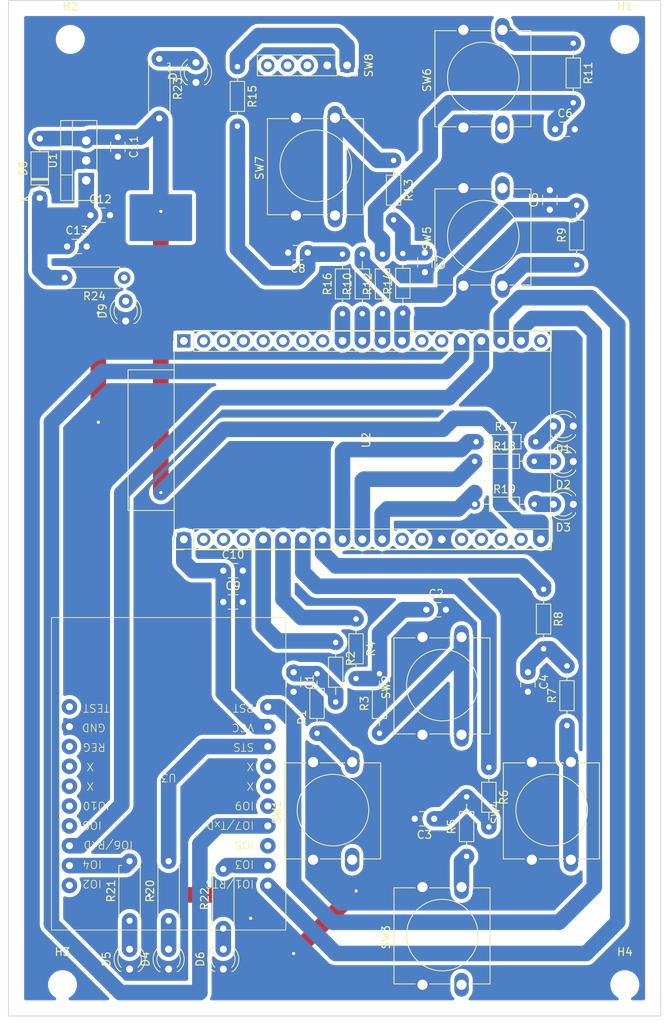
<source format=kicad_pcb>
(kicad_pcb (version 20221018) (generator pcbnew)
  (layers (0 "F.Cu" signal) (31 "B.Cu" signal) (34 "B.Paste" user) (35 "F.Paste" user) (36 "B.SilkS" user "B.Silkscreen") (37 "F.SilkS" user "F.Silkscreen") (38 "B.Mask" user) (39 "F.Mask" user) (44 "Edge.Cuts" user))
  (net 0 "")
  (net 1 "+5V")
  (net 2 "Net-(D1-A)")
  (net 3 "Net-(D2-A)")
  (net 4 "Net-(D3-A)")
  (net 5 "Net-(D4-A)")
  (net 6 "IM920RX")
  (net 7 "IM920TX")
  (net 8 "Net-(D5-A)")
  (net 9 "Net-(D6-A)")
  (net 10 "Net-(U2-GPIO25{slash}25)")
  (net 11 "Net-(U2-GPIO26{slash}26)")
  (net 12 "Net-(U2-GPIO27{slash}27)")
  (net 13 "STATUS")
  (net 14 "SLEEP")
  (net 15 "XMIT")
  (net 16 "BUSY")
  (net 17 "sw1")
  (net 18 "sw2")
  (net 19 "RESET")
  (net 21 "sw3")
  (net 25 "sw4")
  (net 26 "GND")
  (net 31 "a13")
  (net 33 "a12")
  (net 36 "+3.3V")
  (net 38 "a11")
  (net 40 "a10")
  (net 42 "sw8")
  (net 43 "sw7")
  (net 44 "sw6")
  (net 45 "sw5")
  (net 46 "Net-(C1-Pad1)")
  (net 48 "Net-(C2-Pad1)")
  (net 52 "Net-(C3-Pad1)")
  (net 53 "Net-(C4-Pad1)")
  (net 54 "Net-(C5-Pad1)")
  (net 55 "Net-(C6-Pad1)")
  (net 56 "Net-(C7-Pad1)")
  (net 57 "Net-(C8-Pad1)")
  (net 58 "Net-(R1-Pad1)")
  (net 59 "Net-(R3-Pad1)")
  (net 62 "Net-(R5-Pad1)")
  (net 63 "Net-(R7-Pad1)")
  (net 64 "Net-(R9-Pad1)")
  (net 65 "Net-(R11-Pad1)")
  (net 66 "Net-(R13-Pad1)")
  (net 67 "Net-(SW8-O)")
  (net 72 "REG")
  (net 74 "Net-(D7-A)")
  (net 75 "+BATT")
  (net 76 "Net-(D9-A)")
  (footprint "Resistor_THT:R_Axial_DIN0204_L3.6mm_D1.6mm_P7.62mm_Horizontal" (layer "F.Cu") (at 149.5 108.69 -90)
    (fp_text reference "R4")
    (fp_text value "1k")
  )
  (footprint "Package_TO_SOT_THT:TO-220-3_Vertical" (layer "F.Cu") (at 114.945 52.54 90)
    (fp_text reference "U1")
    (fp_text value "LM7805_TO220")
  )
  (footprint "Capacitor_THT:C_Disc_D3.0mm_W1.6mm_P2.50mm" (layer "F.Cu") (at 141.5 115.5 -90)
    (fp_text reference "C1")
    (fp_text value "C")
  )
  (footprint "Capacitor_THT:C_Disc_D3.0mm_W1.6mm_P2.50mm" (layer "F.Cu") (at 132.5 102.5)
    (fp_text reference "C10")
    (fp_text value "10μ")
  )
  (footprint "MountingHole:MountingHole_3.2mm_M3" (layer "F.Cu") (at 183.91 155.5)
    (fp_text reference "H4")
    (fp_text value "MountingHole")
  )
  (footprint "Resistor_THT:R_Axial_DIN0204_L3.6mm_D1.6mm_P7.62mm_Horizontal" (layer "F.Cu") (at 152.886421 69.601919 90)
    (fp_text reference "R12")
    (fp_text value "1k")
  )
  (footprint "Resistor_THT:R_Axial_DIN0204_L3.6mm_D1.6mm_P7.62mm_Horizontal" (layer "F.Cu") (at 152.5 123.31 90)
    (fp_text reference "R3")
    (fp_text value "100")
  )
  (footprint "Capacitor_THT:C_Disc_D3.0mm_W1.6mm_P2.50mm" (layer "F.Cu") (at 112.5 61)
    (fp_text reference "C13")
    (fp_text value "10μ")
  )
  (footprint "Resistor_THT:R_Axial_DIN0204_L3.6mm_D1.6mm_P7.62mm_Horizontal" (layer "F.Cu") (at 176.5 122.31 90)
    (fp_text reference "R7")
    (fp_text value "100")
  )
  (footprint "Resistor_THT:R_Axial_DIN0207_L6.3mm_D2.5mm_P7.62mm_Horizontal" (layer "F.Cu") (at 132.5 148.31 90)
    (fp_text reference "R22")
    (fp_text value "R")
  )
  (footprint "Capacitor_THT:C_Disc_D3.0mm_W1.6mm_P2.50mm" (layer "F.Cu") (at 159.5 134.26 180)
    (fp_text reference "C3")
    (fp_text value "C")
  )
  (footprint "Resistor_THT:R_Axial_DIN0207_L6.3mm_D2.5mm_P7.62mm_Horizontal" (layer "F.Cu") (at 125.5 147.31 90)
    (fp_text reference "R20")
    (fp_text value "R")
  )
  (footprint "MountingHole:MountingHole_3.2mm_M3" (layer "F.Cu") (at 112.91 34.5)
    (fp_text reference "H2")
    (fp_text value "MountingHole")
  )
  (footprint "Resistor_THT:R_Axial_DIN0204_L3.6mm_D1.6mm_P7.62mm_Horizontal" (layer "F.Cu") (at 144.5 123.31 90)
    (fp_text reference "R1")
    (fp_text value "100")
  )
  (footprint "Button_Switch_THT:SW_PUSH-12mm" (layer "F.Cu") (at 158 123.5 90)
    (fp_text reference "SW2")
    (fp_text value "SW_DIP_x01")
  )
  (footprint "Capacitor_THT:C_Disc_D3.0mm_W1.6mm_P2.50mm" (layer "F.Cu") (at 171.5 115.5 -90)
    (fp_text reference "C4")
    (fp_text value "C")
  )
  (footprint "Capacitor_THT:C_Disc_D3.0mm_W1.6mm_P2.50mm" (layer "F.Cu") (at 119 47 -90)
    (fp_text reference "C11")
    (fp_text value "10μ")
  )
  (footprint "Button_Switch_THT:SW_PUSH-12mm" (layer "F.Cu") (at 141.803081 57.031919 90)
    (fp_text reference "SW7")
    (fp_text value "SW_DIP_x01")
  )
  (footprint "Resistor_THT:R_Axial_DIN0207_L6.3mm_D2.5mm_P7.62mm_Horizontal" (layer "F.Cu") (at 120.5 147.31 90)
    (fp_text reference "R21")
    (fp_text value "R")
  )
  (footprint "Resistor_THT:R_Axial_DIN0204_L3.6mm_D1.6mm_P7.62mm_Horizontal" (layer "F.Cu") (at 177.303081 34.981919 -90)
    (fp_text reference "R11")
    (fp_text value "100")
  )
  (footprint "Capacitor_THT:C_Disc_D3.0mm_W1.6mm_P2.50mm" (layer "F.Cu") (at 174.303081 56.291919 90)
    (fp_text reference "C5")
    (fp_text value "C")
  )
  (footprint "Resistor_THT:R_Axial_DIN0204_L3.6mm_D1.6mm_P7.62mm_Horizontal" (layer "F.Cu") (at 177.740623 63.346 90)
    (fp_text reference "R9")
    (fp_text value "100")
  )
  (footprint "MountingHole:MountingHole_3.2mm_M3" (layer "F.Cu") (at 111.91 155.5)
    (fp_text reference "H3")
    (fp_text value "MountingHole")
  )
  (footprint "MountingHole:MountingHole_3.2mm_M3" (layer "F.Cu") (at 183.91 34.5)
    (fp_text reference "H1")
    (fp_text value "MountingHole")
  )
  (footprint "LED_THT:LED_D3.0mm" (layer "F.Cu") (at 120 70.54 90)
    (fp_text reference "D9")
    (fp_text value "LED")
  )
  (footprint "LED_THT:LED_D3.0mm" (layer "F.Cu") (at 177.303688 83.986958 180)
    (fp_text reference "D1")
    (fp_text value "LED")
  )
  (footprint "Resistor_THT:R_Axial_DIN0204_L3.6mm_D1.6mm_P7.62mm_Horizontal" (layer "F.Cu") (at 163.65 139.07 90)
    (fp_text reference "R5")
    (fp_text value "100")
  )
  (footprint "Resistor_THT:R_Axial_DIN0207_L6.3mm_D2.5mm_P7.62mm_Horizontal" (layer "F.Cu") (at 124.303081 36.981919 -90)
    (fp_text reference "R23")
    (fp_text value "R")
  )
  (footprint "Resistor_THT:R_Axial_DIN0204_L3.6mm_D1.6mm_P7.62mm_Horizontal" (layer "F.Cu") (at 166.5 127.69 -90)
    (fp_text reference "R6")
    (fp_text value "1k")
  )
  (footprint "Connector_PinSocket_2.54mm:PinSocket_1x05_P2.54mm_Vertical" (layer "F.Cu") (at 148.353081 37.816919 -90)
    (fp_text reference "SW8")
    (fp_text value "TOGGLE")
  )
  (footprint "Capacitor_THT:C_Disc_D3.0mm_W1.6mm_P2.50mm" (layer "F.Cu") (at 158.303081 61.791919 -90)
    (fp_text reference "C7")
    (fp_text value "C")
  )
  (footprint "Button_Switch_THT:SW_PUSH-12mm" (layer "F.Cu") (at 163.240623 45.776 90)
    (fp_text reference "SW6")
    (fp_text value "SW_DIP_x01")
  )
  (footprint "LED_THT:LED_D3.0mm" (layer "F.Cu") (at 120.5 153.5 90)
    (fp_text reference "D5")
    (fp_text value "LED")
  )
  (footprint "Button_Switch_THT:SW_PUSH-12mm" (layer "F.Cu") (at 158 155.5 90)
    (fp_text reference "SW3")
    (fp_text value "SW_DIP_x01")
  )
  (footprint "Resistor_THT:R_Axial_DIN0204_L3.6mm_D1.6mm_P7.62mm_Horizontal" (layer "F.Cu") (at 134.303081 37.981919 -90)
    (fp_text reference "R15")
    (fp_text value "100")
  )
  (footprint "Button_Switch_THT:SW_PUSH-12mm" (layer "F.Cu") (at 144 139.5 90)
    (fp_text reference "SW1")
    (fp_text value "SW_DIP_x01")
  )
  (footprint "LED_THT:LED_D3.0mm" (layer "F.Cu") (at 125.5 153.5 90)
    (fp_text reference "D4")
    (fp_text value "LED")
  )
  (footprint "Resistor_THT:R_Axial_DIN0204_L3.6mm_D1.6mm_P7.62mm_Horizontal" (layer "F.Cu") (at 150.303081 69.601919 90)
    (fp_text reference "R10")
    (fp_text value "1k")
  )
  (footprint "Resistor_THT:R_Axial_DIN0204_L3.6mm_D1.6mm_P7.62mm_Horizontal" (layer "F.Cu") (at 146.888701 111.69 -90)
    (fp_text reference "R2")
    (fp_text value "1k")
  )
  (footprint "LED_THT:LED_D3.0mm" (layer "F.Cu") (at 177.303081 94 180)
    (fp_text reference "D3")
    (fp_text value "LED")
  )
  (footprint "Resistor_THT:R_Axial_DIN0207_L6.3mm_D2.5mm_P7.62mm_Horizontal" (layer "F.Cu") (at 119.81 65 180)
    (fp_text reference "R24")
    (fp_text value "R")
  )
  (footprint "Button_Switch_THT:SW_PUSH-12mm" (layer "F.Cu") (at 163.240623 66.031919 90)
    (fp_text reference "SW5")
    (fp_text value "SW_DIP_x01")
  )
  (footprint "Capacitor_THT:C_Disc_D3.0mm_W1.6mm_P2.50mm" (layer "F.Cu") (at 143.303081 61.791919 180)
    (fp_text reference "C8")
    (fp_text value "C")
  )
  (footprint "interplan:IM920c-ADP_1" (layer "F.Cu") (at 125.5 128.5 180)
    (fp_text reference "U3")
    (fp_text value "IM920sL")
  )
  (footprint "Resistor_THT:R_Axial_DIN0204_L3.6mm_D1.6mm_P7.62mm_Horizontal" (layer "F.Cu") (at 154.303081 49.981919 -90)
    (fp_text reference "R13")
    (fp_text value "100")
  )
  (footprint "Diode_THT:D_DO-35_SOD27_P7.62mm_Horizontal" (layer "F.Cu") (at 109 54.81 90)
    (fp_text reference "D8")
    (fp_text value "D")
  )
  (footprint "Capacitor_THT:C_Disc_D3.0mm_W1.6mm_P2.50mm" (layer "F.Cu") (at 158.5 107.5)
    (fp_text reference "C2")
    (fp_text value "C")
  )
  (footprint "Capacitor_THT:C_Disc_D3.0mm_W1.6mm_P2.50mm" (layer "F.Cu") (at 175 46)
    (fp_text reference "C6")
    (fp_text value "C")
  )
  (footprint "Capacitor_THT:C_Disc_D3.0mm_W1.6mm_P2.50mm" (layer "F.Cu") (at 115.5 57)
    (fp_text reference "C12")
    (fp_text value "0.1μ")
  )
  (footprint "LED_THT:LED_D3.0mm" (layer "F.Cu") (at 177.303688 88.528723 180)
    (fp_text reference "D2")
    (fp_text value "LED")
  )
  (footprint "Resistor_THT:R_Axial_DIN0204_L3.6mm_D1.6mm_P7.62mm_Horizontal" (layer "F.Cu") (at 164.69 88.5)
    (fp_text reference "R18")
    (fp_text value "1k")
  )
  (footprint "LED_THT:LED_D3.0mm" (layer "F.Cu") (at 129 40 90)
    (fp_text reference "D7")
    (fp_text value "LED")
  )
  (footprint "Resistor_THT:R_Axial_DIN0204_L3.6mm_D1.6mm_P7.62mm_Horizontal" (layer "F.Cu") (at 164.69 94)
    (fp_text reference "R19")
    (fp_text value "1k")
  )
  (footprint "Resistor_THT:R_Axial_DIN0204_L3.6mm_D1.6mm_P7.62mm_Horizontal" (layer "F.Cu") (at 173.5 104.88 -90)
    (fp_text reference "R8")
    (fp_text value "1k")
  )
  (footprint "Button_Switch_THT:SW_PUSH-12mm" (layer "F.Cu") (at 172 139.5 90)
    (fp_text reference "SW4")
    (fp_text value "SW_DIP_x01")
  )
  (footprint "Resistor_THT:R_Axial_DIN0204_L3.6mm_D1.6mm_P7.62mm_Horizontal" (layer "F.Cu") (at 155.488977 69.524064 90)
    (fp_text reference "R14")
    (fp_text value "1k")
  )
  (footprint "Resistor_THT:R_Axial_DIN0204_L3.6mm_D1.6mm_P7.62mm_Horizontal" (layer "F.Cu") (at 147.760977 69.603734 90)
    (fp_text reference "R16")
    (fp_text value "1k")
  )
  (footprint "Boad_dev:ESP32-DevKitC" (layer "F.Cu") (at 150.303081 85.791919 90)
    (fp_text reference "U2")
    (fp_text value "ESP32")
  )
  (footprint "Resistor_THT:R_Axial_DIN0204_L3.6mm_D1.6mm_P7.62mm_Horizontal" (layer "F.Cu") (at 164.88 86)
    (fp_text reference "R17")
    (fp_text value "1k")
  )
  (footprint "LED_THT:LED_D3.0mm" (layer "F.Cu") (at 132.5 153.5 90)
    (fp_text reference "D6")
    (fp_text value "LED")
  )
  (footprint "Capacitor_THT:C_Disc_D3.0mm_W1.6mm_P2.50mm" (layer "F.Cu") (at 132.5 106.5)
    (fp_text reference "C9")
    (fp_text value "0.1μ")
  )
  (gr_line (start 188.5 159.5) (end 105 159.5) (stroke (width 0.1)) (layer "Edge.Cuts"))
  (gr_line (start 105 29.5) (end 188.5 29.5) (stroke (width 0.1)) (layer "Edge.Cuts"))
  (gr_line (start 188.5 29.5) (end 188.5 159.5) (stroke (width 0.1)) (layer "Edge.Cuts"))
  (gr_line (start 105 159.5) (end 105 29.5) (stroke (width 0.1)) (layer "Edge.Cuts"))
  (segment (start 124.5 92.5) (end 124.5 56.5) (width 2) (layer "F.Cu") (net 1))
  (via (at 124.5 92.5) (size 0.8) (drill 0.4) (layers "F.Cu" "B.Cu") (net 1))
  (via (at 124.5 56.5) (size 0.8) (drill 0.4) (layers "F.Cu" "B.Cu") (net 1))
  (segment (start 124.5 44.798838) (end 124.303081 44.601919) (width 2) (layer "B.Cu") (net 1))
  (segment (start 132.595953 84.404047) (end 124.5 92.5) (width 2) (layer "B.Cu") (net 1))
  (segment (start 121.905 47) (end 124.303081 44.601919) (width 2) (layer "B.Cu") (net 1))
  (segment (start 173.163081 98.491919) (end 173.163081 96.3) (width 2) (layer "B.Cu") (net 1))
  (segment (start 162 83) (end 160.595953 84.404047) (width 2) (layer "B.Cu") (net 1))
  (segment (start 166 83) (end 162 83) (width 2) (layer "B.Cu") (net 1))
  (segment (start 119 47) (end 121.905 47) (width 2) (layer "B.Cu") (net 1))
  (segment (start 124.5 56.5) (end 124.5 44.798838) (width 2) (layer "B.Cu") (net 1))
  (segment (start 170.3 96.3) (end 168 94) (width 2) (layer "B.Cu") (net 1))
  (segment (start 114.675 47.19) (end 114.945 47.46) (width 2) (layer "B.Cu") (net 1))
  (segment (start 114.945 47.46) (end 115.405 47) (width 2) (layer "B.Cu") (net 1))
  (segment (start 109 47.19) (end 114.675 47.19) (width 2) (layer "B.Cu") (net 1))
  (segment (start 173.163081 96.3) (end 170.3 96.3) (width 2) (layer "B.Cu") (net 1))
  (segment (start 168 94) (end 168 85) (width 2) (layer "B.Cu") (net 1))
  (segment (start 115.405 47) (end 119 47) (width 2) (layer "B.Cu") (net 1))
  (segment (start 168 85) (end 166 83) (width 2) (layer "B.Cu") (net 1))
  (segment (start 160.595953 84.404047) (end 132.595953 84.404047) (width 2) (layer "B.Cu") (net 1))
  (segment (start 172.750646 86) (end 174.763688 83.986958) (width 2) (layer "B.Cu") (net 2))
  (segment (start 172.5 86) (end 172.750646 86) (width 2) (layer "B.Cu") (net 2))
  (segment (start 172.31 88.5) (end 174.734965 88.5) (width 2) (layer "B.Cu") (net 3))
  (segment (start 174.734965 88.5) (end 174.763688 88.528723) (width 2) (layer "B.Cu") (net 3))
  (segment (start 174.763081 94) (end 172.734264 94) (width 2) (layer "B.Cu") (net 4))
  (segment (start 172.734264 94) (end 172.522132 93.787868) (width 2) (layer "B.Cu") (net 4))
  (segment (start 125.5 150.96) (end 125.5 147.31) (width 2) (layer "B.Cu") (net 5))
  (segment (start 165.543081 76.204227) (end 165.543081 73.091919) (width 2) (layer "B.Cu") (net 6))
  (segment (start 161.378506 80.368802) (end 165.543081 76.204227) (width 2) (layer "B.Cu") (net 6))
  (segment (start 131.726198 80.368802) (end 161.378506 80.368802) (width 2) (layer "B.Cu") (net 6))
  (segment (start 112.8 137.71) (end 114.214213 137.71) (width 2) (layer "B.Cu") (net 6))
  (segment (start 119.5 92.595) (end 131.726198 80.368802) (width 2) (layer "B.Cu") (net 6))
  (segment (start 119.5 132.424213) (end 119.5 92.595) (width 2) (layer "B.Cu") (net 6))
  (segment (start 114.214213 137.71) (end 119.5 132.424213) (width 2) (layer "B.Cu") (net 6))
  (segment (start 131.83 135.17) (end 138.2 135.17) (width 2) (layer "B.Cu") (net 7))
  (segment (start 110.5 147.7) (end 119.3 156.5) (width 2) (layer "B.Cu") (net 7))
  (segment (start 163.003081 73.091919) (end 163.003081 74.996919) (width 2) (layer "B.Cu") (net 7))
  (segment (start 129.5 137.5) (end 131.83 135.17) (width 2) (layer "B.Cu") (net 7))
  (segment (start 117 77) (end 110.5 83.5) (width 2) (layer "B.Cu") (net 7))
  (segment (start 129.5 156.5) (end 129.5 137.5) (width 2) (layer "B.Cu") (net 7))
  (segment (start 119.3 156.5) (end 129.5 156.5) (width 2) (layer "B.Cu") (net 7))
  (segment (start 110.5 83.5) (end 110.5 147.7) (width 2) (layer "B.Cu") (net 7))
  (segment (start 161 77) (end 117 77) (width 2) (layer "B.Cu") (net 7))
  (segment (start 163.003081 74.996919) (end 161 77) (width 2) (layer "B.Cu") (net 7))
  (segment (start 120.5 150.96) (end 120.5 147.31) (width 2) (layer "B.Cu") (net 8))
  (segment (start 132.5 150.96) (end 132.5 148.31) (width 2) (layer "B.Cu") (net 9))
  (segment (start 147.763081 98.491919) (end 147.763081 87.236919) (width 2) (layer "B.Cu") (net 10))
  (segment (start 147.763081 87.236919) (end 148 87) (width 2) (layer "B.Cu") (net 10))
  (segment (start 162.937308 87) (end 163.937308 86) (width 2) (layer "B.Cu") (net 10))
  (segment (start 163.937308 86) (end 164.88 86) (width 2) (layer "B.Cu") (net 10))
  (segment (start 148 87) (end 162.937308 87) (width 2) (layer "B.Cu") (net 10))
  (segment (start 150.303081 90.981919) (end 150.493081 90.791919) (width 2) (layer "B.Cu") (net 11))
  (segment (start 162.398081 90.791919) (end 150.493081 90.791919) (width 2) (layer "B.Cu") (net 11))
  (segment (start 164.69 88.5) (end 162.398081 90.791919) (width 2) (layer "B.Cu") (net 11))
  (segment (start 150.303081 98.491919) (end 150.303081 90.981919) (width 2) (layer "B.Cu") (net 11))
  (segment (start 153.493081 94.601919) (end 162.588081 94.601919) (width 2) (layer "B.Cu") (net 12))
  (segment (start 152.843081 98.491919) (end 152.843081 95.251919) (width 2) (layer "B.Cu") (net 12))
  (segment (start 162.588081 94.601919) (end 164.69 92.5) (width 2) (layer "B.Cu") (net 12))
  (segment (start 152.843081 95.251919) (end 153.493081 94.601919) (width 2) (layer "B.Cu") (net 12))
  (segment (start 129.99 125.01) (end 138.2 125.01) (width 2) (layer "B.Cu") (net 13))
  (segment (start 125.5 129.5) (end 129.99 125.01) (width 2) (layer "B.Cu") (net 13))
  (segment (start 125.5 139.69) (end 125.5 129.5) (width 2) (layer "B.Cu") (net 13))
  (segment (start 120.5 139.69) (end 119.94 140.25) (width 2) (layer "B.Cu") (net 14))
  (segment (start 119.94 140.25) (end 112.9 140.25) (width 2) (layer "B.Cu") (net 14))
  (segment (start 132.94 140.25) (end 138.2 140.25) (width 2) (layer "B.Cu") (net 15))
  (segment (start 132.5 140.69) (end 132.94 140.25) (width 2) (layer "B.Cu") (net 15))
  (segment (start 183 147.448) (end 183 71) (width 2) (layer "B.Cu") (net 16))
  (segment (start 183 71) (end 179.552544 67.552544) (width 2) (layer "B.Cu") (net 16))
  (segment (start 179.552544 67.552544) (end 170.465623 67.552544) (width 2) (layer "B.Cu") (net 16))
  (segment (start 138.2 142.79) (end 146.91 151.5) (width 2) (layer "B.Cu") (net 16))
  (segment (start 168.083081 69.935086) (end 168.083081 73.091919) (width 2) (layer "B.Cu") (net 16))
  (segment (start 178.948 151.5) (end 183 147.448) (width 2) (layer "B.Cu") (net 16))
  (segment (start 170.465623 67.552544) (end 168.083081 69.935086) (width 2) (layer "B.Cu") (net 16))
  (segment (start 146.91 151.5) (end 178.948 151.5) (width 2) (layer "B.Cu") (net 16))
  (segment (start 137.603081 109.603081) (end 137.603081 98.491919) (width 2) (layer "B.Cu") (net 17))
  (segment (start 139.5 111.5) (end 137.603081 109.603081) (width 2) (layer "B.Cu") (net 17))
  (segment (start 146.698701 111.5) (end 139.5 111.5) (width 2) (layer "B.Cu") (net 17))
  (segment (start 146.888701 111.69) (end 146.698701 111.5) (width 2) (layer "B.Cu") (net 17))
  (segment (start 142.5 108.5) (end 149.31 108.5) (width 2) (layer "B.Cu") (net 18))
  (segment (start 140.143081 106.143081) (end 142.5 108.5) (width 2) (layer "B.Cu") (net 18))
  (segment (start 149.31 108.5) (end 149.5 108.69) (width 2) (layer "B.Cu") (net 18))
  (segment (start 140.143081 98.491919) (end 140.143081 106.143081) (width 2) (layer "B.Cu") (net 18))
  (segment (start 180 72) (end 180 143) (width 2) (layer "B.Cu") (net 19))
  (segment (start 178.215 70.215) (end 180 72) (width 2) (layer "B.Cu") (net 19))
  (segment (start 170.623081 73.091919) (end 170.623081 71.583189) (width 2) (layer "B.Cu") (net 19))
  (segment (start 146.5 147.5) (end 141.5 142.5) (width 2) (layer "B.Cu") (net 19))
  (segment (start 141.5 142.5) (end 141.5 121.815787) (width 2) (layer "B.Cu") (net 19))
  (segment (start 141.5 121.815787) (end 139.614213 119.93) (width 2) (layer "B.Cu") (net 19))
  (segment (start 180 143) (end 175.5 147.5) (width 2) (layer "B.Cu") (net 19))
  (segment (start 171.99127 70.215) (end 178.215 70.215) (width 2) (layer "B.Cu") (net 19))
  (segment (start 139.614213 119.93) (end 138.2 119.93) (width 2) (layer "B.Cu") (net 19))
  (segment (start 175.5 147.5) (end 146.5 147.5) (width 2) (layer "B.Cu") (net 19))
  (segment (start 170.623081 71.583189) (end 171.99127 70.215) (width 2) (layer "B.Cu") (net 19))
  (segment (start 142.683081 102.683081) (end 144.5 104.5) (width 2) (layer "B.Cu") (net 21))
  (segment (start 142.683081 98.491919) (end 142.683081 102.683081) (width 2) (layer "B.Cu") (net 21))
  (segment (start 144.5 104.5) (end 162.5 104.5) (width 2) (layer "B.Cu") (net 21))
  (segment (start 166.5 108.5) (end 166.5 127.69) (width 2) (layer "B.Cu") (net 21))
  (segment (start 162.5 104.5) (end 166.5 108.5) (width 2) (layer "B.Cu") (net 21))
  (segment (start 145.223081 98.491919) (end 145.223081 100.223081) (width 2) (layer "B.Cu") (net 25))
  (segment (start 170.886681 101.886681) (end 173.5 104.5) (width 2) (layer "B.Cu") (net 25))
  (segment (start 173.5 104.5) (end 173.5 104.88) (width 2) (layer "B.Cu") (net 25))
  (segment (start 146.886681 101.886681) (end 170.886681 101.886681) (width 2) (layer "B.Cu") (net 25))
  (segment (start 145.223081 100.223081) (end 146.886681 101.886681) (width 2) (layer "B.Cu") (net 25))
  (segment (start 123 144) (end 133 144) (width 2) (layer "F.Cu") (net 26))
  (segment (start 141.5 151.5) (end 149.5 143.5) (width 2) (layer "F.Cu") (net 26))
  (segment (start 133 144) (end 136 147) (width 2) (layer "F.Cu") (net 26))
  (segment (start 116.5 83.5) (end 116.5 69.5) (width 2) (layer "F.Cu") (net 26))
  (via (at 116.5 69.5) (size 0.8) (drill 0.4) (layers "F.Cu" "B.Cu") (net 26))
  (via (at 116.5 83.5) (size 0.8) (drill 0.4) (layers "F.Cu" "B.Cu") (net 26))
  (via (at 123 144) (size 0.8) (drill 0.4) (layers "F.Cu" "B.Cu") (net 26))
  (via (at 149.5 143.5) (size 0.8) (drill 0.4) (layers "F.Cu" "B.Cu") (net 26))
  (via (at 141.5 151.5) (size 0.8) (drill 0.4) (layers "F.Cu" "B.Cu") (net 26))
  (via (at 136 147) (size 0.8) (drill 0.4) (layers "F.Cu" "B.Cu") (net 26))
  (segment (start 128.601162 102.5) (end 132.5 102.5) (width 2) (layer "B.Cu") (net 36))
  (segment (start 127.443081 101.341919) (end 128.601162 102.5) (width 2) (layer "B.Cu") (net 36))
  (segment (start 136.785787 122.47) (end 132.5 118.184213) (width 2) (layer "B.Cu") (net 36))
  (segment (start 138.2 122.47) (end 136.785787 122.47) (width 2) (layer "B.Cu") (net 36))
  (segment (start 127.443081 98.491919) (end 127.443081 101.341919) (width 2) (layer "B.Cu") (net 36))
  (segment (start 132.5 118.184213) (end 132.5 102.5) (width 2) (layer "B.Cu") (net 36))
  (segment (start 155.383081 73.091919) (end 155.383081 69.62996) (width 2) (layer "B.Cu") (net 42))
  (segment (start 155.383081 69.62996) (end 155.488977 69.524064) (width 2) (layer "B.Cu") (net 42))
  (segment (start 152.886421 73.048579) (end 152.843081 73.091919) (width 2) (layer "B.Cu") (net 43))
  (segment (start 152.886421 69.601919) (end 152.886421 73.048579) (width 2) (layer "B.Cu") (net 43))
  (segment (start 150.303081 73.091919) (end 150.303081 69.601919) (width 2) (layer "B.Cu") (net 44))
  (segment (start 147.760977 73.089815) (end 147.763081 73.091919) (width 2) (layer "B.Cu") (net 45))
  (segment (start 147.760977 69.603734) (end 147.760977 73.089815) (width 2) (layer "B.Cu") (net 45))
  (segment (start 146.888701 118.078701) (end 144.5 115.69) (width 2) (layer "B.Cu") (net 46))
  (segment (start 141.69 115.69) (end 144.5 115.69) (width 2) (layer "B.Cu") (net 46))
  (segment (start 141.5 115.5) (end 141.69 115.69) (width 2) (layer "B.Cu") (net 46))
  (segment (start 146.888701 119.31) (end 146.888701 118.078701) (width 2) (layer "B.Cu") (net 46))
  (segment (start 149.5 116.31) (end 151.88 116.31) (width 2) (layer "B.Cu") (net 48))
  (segment (start 151.88 116.31) (end 152.5 115.69) (width 2) (layer "B.Cu") (net 48))
  (segment (start 158.5 107.5) (end 155.5 107.5) (width 2) (layer "B.Cu") (net 48))
  (segment (start 155.5 107.5) (end 152.5 110.5) (width 2) (layer "B.Cu") (net 48))
  (segment (start 152.5 110.5) (end 152.5 115.69) (width 2) (layer "B.Cu") (net 48))
  (segment (start 166.5 135.31) (end 166.5 134.3) (width 2) (layer "B.Cu") (net 52))
  (segment (start 166.5 134.3) (end 163.65 131.45) (width 2) (layer "B.Cu") (net 52))
  (segment (start 160.84 134.26) (end 163.65 131.45) (width 2) (layer "B.Cu") (net 52))
  (segment (start 159.5 134.26) (end 160.84 134.26) (width 2) (layer "B.Cu") (net 52))
  (segment (start 171.5 115.5) (end 171.5 114.5) (width 2) (layer "B.Cu") (net 53))
  (segment (start 174.31 112.5) (end 176.5 114.69) (width 2) (layer "B.Cu") (net 53))
  (segment (start 173.5 112.5) (end 174.31 112.5) (width 2) (layer "B.Cu") (net 53))
  (segment (start 171.5 114.5) (end 173.5 112.5) (width 2) (layer "B.Cu") (net 53))
  (segment (start 160.915752 64.602415) (end 169.226248 56.291919) (width 2) (layer "B.Cu") (net 54))
  (segment (start 177.740623 55.726) (end 177.040623 56.426) (width 2) (layer "B.Cu") (net 54))
  (segment (start 174.303081 56.291919) (end 176.906542 56.291919) (width 2) (layer "B.Cu") (net 54))
  (segment (start 154.555277 67.224064) (end 160.272266 67.224064) (width 2) (layer "B.Cu") (net 54))
  (segment (start 150.303081 62.971868) (end 154.555277 67.224064) (width 2) (layer "B.Cu") (net 54))
  (segment (start 150.303081 61.981919) (end 150.303081 62.971868) (width 2) (layer "B.Cu") (net 54))
  (segment (start 160.272266 67.224064) (end 160.915752 66.580578) (width 2) (layer "B.Cu") (net 54))
  (segment (start 169.226248 56.291919) (end 174.303081 56.291919) (width 2) (layer "B.Cu") (net 54))
  (segment (start 176.906542 56.291919) (end 177.040623 56.426) (width 2) (layer "B.Cu") (net 54))
  (segment (start 160.915752 66.580578) (end 160.915752 64.602415) (width 2) (layer "B.Cu") (net 54))
  (segment (start 152 56.312248) (end 159 49.312248) (width 2) (layer "B.Cu") (net 55))
  (segment (start 152 59.322178) (end 152 56.312248) (width 2) (layer "B.Cu") (net 55))
  (segment (start 159 49.312248) (end 159 45) (width 2) (layer "B.Cu") (net 55))
  (segment (start 152.886421 60.208599) (end 152 59.322178) (width 2) (layer "B.Cu") (net 55))
  (segment (start 159 45) (end 161.398081 42.601919) (width 2) (layer "B.Cu") (net 55))
  (segment (start 175 44.905) (end 175 46) (width 2) (layer "B.Cu") (net 55))
  (segment (start 152.886421 61.981919) (end 152.886421 60.208599) (width 2) (layer "B.Cu") (net 55))
  (segment (start 161.398081 42.601919) (end 177.303081 42.601919) (width 2) (layer "B.Cu") (net 55))
  (segment (start 177.303081 42.601919) (end 175 44.905) (width 2) (layer "B.Cu") (net 55))
  (segment (start 154.303081 57.601919) (end 155.488977 58.787815) (width 2) (layer "B.Cu") (net 56))
  (segment (start 155.488977 58.787815) (end 155.488977 61.904064) (width 2) (layer "B.Cu") (net 56))
  (segment (start 158.303081 61.791919) (end 155.601122 61.791919) (width 2) (layer "B.Cu") (net 56))
  (segment (start 155.601122 61.791919) (end 155.488977 61.904064) (width 2) (layer "B.Cu") (net 56))
  (segment (start 143.494896 61.983734) (end 143.303081 61.791919) (width 2) (layer "B.Cu") (net 57))
  (segment (start 134.303081 61.303081) (end 138 65) (width 2) (layer "B.Cu") (net 57))
  (segment (start 138 65) (end 142 65) (width 2) (layer "B.Cu") (net 57))
  (segment (start 143.303081 63.696919) (end 143.303081 61.791919) (width 2) (layer "B.Cu") (net 57))
  (segment (start 142 65) (end 143.303081 63.696919) (width 2) (layer "B.Cu") (net 57))
  (segment (start 147.760977 61.983734) (end 143.494896 61.983734) (width 2) (layer "B.Cu") (net 57))
  (segment (start 134.303081 45.601919) (end 134.303081 61.303081) (width 2) (layer "B.Cu") (net 57))
  (segment (start 144.5 123.31) (end 145.31 123.31) (width 2) (layer "B.Cu") (net 58))
  (segment (start 145.31 123.31) (end 149 127) (width 2) (layer "B.Cu") (net 58))
  (segment (start 152.5 123.31) (end 163 112.81) (width 2) (layer "B.Cu") (net 59))
  (segment (start 163 112.81) (end 163 111) (width 2) (layer "B.Cu") (net 59))
  (segment (start 163 123.5) (end 163 111) (width 2) (layer "B.Cu") (net 59))
  (segment (start 163 143) (end 163 139.72) (width 2) (layer "B.Cu") (net 62))
  (segment (start 163 139.72) (end 163.65 139.07) (width 2) (layer "B.Cu") (net 62))
  (segment (start 176.5 122.31) (end 176.5 126.5) (width 2) (layer "B.Cu") (net 63))
  (segment (start 176.5 126.5) (end 177 127) (width 2) (layer "B.Cu") (net 63))
  (segment (start 177 139.5) (end 177 127) (width 2) (layer "B.Cu") (net 63))
  (segment (start 170.926542 63.346) (end 168.240623 66.031919) (width 2) (layer "B.Cu") (net 64))
  (segment (start 177.740623 63.346) (end 170.926542 63.346) (width 2) (layer "B.Cu") (net 64))
  (segment (start 177.303081 34.981919) (end 169.946542 34.981919) (width 2) (layer "B.Cu") (net 65))
  (segment (start 169.946542 34.981919) (end 168.240623 33.276) (width 2) (layer "B.Cu") (net 65))
  (segment (start 154.303081 49.981919) (end 152.253081 49.981919) (width 2) (layer "B.Cu") (net 66))
  (segment (start 152.253081 49.981919) (end 146.803081 44.531919) (width 2) (layer "B.Cu") (net 66))
  (segment (start 146.803081 57.031919) (end 146.803081 44.531919) (width 2) (layer "B.Cu") (net 66))
  (segment (start 148.353081 35.353081) (end 148.353081 37.816919) (width 2) (layer "B.Cu") (net 67))
  (segment (start 137 34) (end 147 34) (width 2) (layer "B.Cu") (net 67))
  (segment (start 134.303081 37.981919) (end 134.303081 36.696919) (width 2) (layer "B.Cu") (net 67))
  (segment (start 147 34) (end 148.353081 35.353081) (width 2) (layer "B.Cu") (net 67))
  (segment (start 134.303081 36.696919) (end 137 34) (width 2) (layer "B.Cu") (net 67))
  (segment (start 129 37.46) (end 128.521919 36.981919) (width 2) (layer "B.Cu") (net 74))
  (segment (start 128.521919 36.981919) (end 124.303081 36.981919) (width 2) (layer "B.Cu") (net 74))
  (segment (start 114.945 52.54) (end 114.945 56.445) (width 2) (layer "B.Cu") (net 75))
  (segment (start 112.19 65) (end 110 65) (width 2) (layer "B.Cu") (net 75))
  (segment (start 115.5 57) (end 112.5 60) (width 2) (layer "B.Cu") (net 75))
  (segment (start 112.5 60) (end 112.5 61) (width 2) (layer "B.Cu") (net 75))
  (segment (start 110 65) (end 109 64) (width 2) (layer "B.Cu") (net 75))
  (segment (start 109 64) (end 109 61) (width 2) (layer "B.Cu") (net 75))
  (segment (start 114.945 56.445) (end 115.5 57) (width 2) (layer "B.Cu") (net 75))
  (segment (start 109 61) (end 112.5 61) (width 2) (layer "B.Cu") (net 75))
  (segment (start 109 61) (end 109 54.81) (width 2) (layer "B.Cu") (net 75))
  (zone (net 75) (net_name "+BATT") (layer "B.Cu") (priority 2) (connect_pads (clearance 0.5)) (min_thickness 0.25) (fill yes (thermal_gap 0.5) (thermal_bridge_width 0.5))
    (polygon (pts (xy 108 56) (xy 115 56) (xy 115 59) (xy 113 61) (xy 113 62) (xy 108 62)))
  )
  (zone (net 1) (net_name "+5V") (layer "B.Cu") (priority 1) (connect_pads yes (clearance 0.5)) (min_thickness 0.25) (fill yes (thermal_gap 0.5) (thermal_bridge_width 0.5))
    (polygon (pts (xy 120.5 54.31) (xy 120.5 60.31) (xy 128.5 60.31) (xy 128.5 54.31) (xy 121.5 54.31)))
  )
  (zone (net 26) (net_name "GND") (layer "B.Cu") (connect_pads yes (clearance 0.5)) (min_thickness 0.4) (fill yes (thermal_gap 0.5) (thermal_bridge_width 0.5))
    (polygon (pts (xy 103.91 159.5) (xy 188.91 159.5) (xy 188.91 29.5) (xy 103.91 29.5)))
  )
)
</source>
